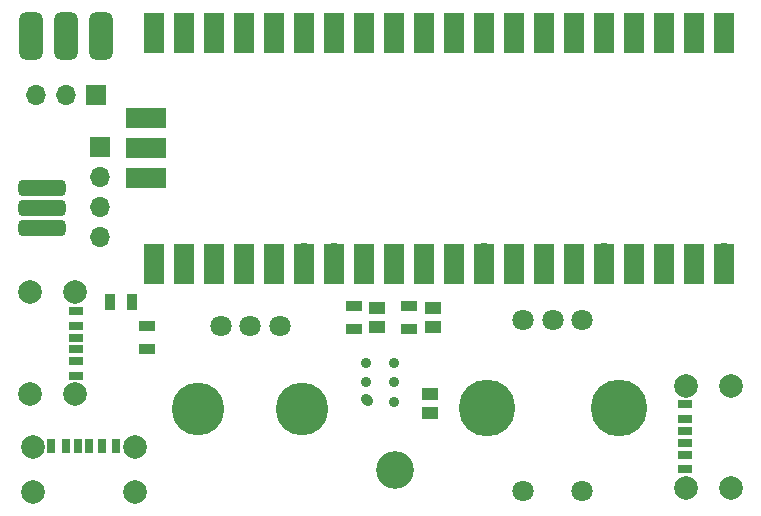
<source format=gts>
G04 #@! TF.GenerationSoftware,KiCad,Pcbnew,(6.0.4)*
G04 #@! TF.CreationDate,2022-04-25T16:44:11-05:00*
G04 #@! TF.ProjectId,FireflyV1,46697265-666c-4795-9631-2e6b69636164,rev?*
G04 #@! TF.SameCoordinates,Original*
G04 #@! TF.FileFunction,Soldermask,Top*
G04 #@! TF.FilePolarity,Negative*
%FSLAX46Y46*%
G04 Gerber Fmt 4.6, Leading zero omitted, Abs format (unit mm)*
G04 Created by KiCad (PCBNEW (6.0.4)) date 2022-04-25 16:44:11*
%MOMM*%
%LPD*%
G01*
G04 APERTURE LIST*
G04 Aperture macros list*
%AMRoundRect*
0 Rectangle with rounded corners*
0 $1 Rounding radius*
0 $2 $3 $4 $5 $6 $7 $8 $9 X,Y pos of 4 corners*
0 Add a 4 corners polygon primitive as box body*
4,1,4,$2,$3,$4,$5,$6,$7,$8,$9,$2,$3,0*
0 Add four circle primitives for the rounded corners*
1,1,$1+$1,$2,$3*
1,1,$1+$1,$4,$5*
1,1,$1+$1,$6,$7*
1,1,$1+$1,$8,$9*
0 Add four rect primitives between the rounded corners*
20,1,$1+$1,$2,$3,$4,$5,0*
20,1,$1+$1,$4,$5,$6,$7,0*
20,1,$1+$1,$6,$7,$8,$9,0*
20,1,$1+$1,$8,$9,$2,$3,0*%
%AMHorizOval*
0 Thick line with rounded ends*
0 $1 width*
0 $2 $3 position (X,Y) of the first rounded end (center of the circle)*
0 $4 $5 position (X,Y) of the second rounded end (center of the circle)*
0 Add line between two ends*
20,1,$1,$2,$3,$4,$5,0*
0 Add two circle primitives to create the rounded ends*
1,1,$1,$2,$3*
1,1,$1,$4,$5*%
G04 Aperture macros list end*
%ADD10R,1.400000X0.950000*%
%ADD11C,1.800000*%
%ADD12C,4.800000*%
%ADD13R,1.700000X1.700000*%
%ADD14O,1.700000X1.700000*%
%ADD15R,1.200000X0.700000*%
%ADD16R,1.200000X0.760000*%
%ADD17R,1.200000X0.800000*%
%ADD18C,2.010000*%
%ADD19RoundRect,0.337500X1.662500X0.337500X-1.662500X0.337500X-1.662500X-0.337500X1.662500X-0.337500X0*%
%ADD20R,0.700000X1.200000*%
%ADD21R,0.760000X1.200000*%
%ADD22R,0.800000X1.200000*%
%ADD23R,1.700000X3.500000*%
%ADD24R,3.500000X1.700000*%
%ADD25R,0.950000X1.400000*%
%ADD26C,4.460000*%
%ADD27RoundRect,0.500000X-0.500000X1.500000X-0.500000X-1.500000X0.500000X-1.500000X0.500000X1.500000X0*%
%ADD28C,0.910000*%
%ADD29HorizOval,0.910000X-0.070711X0.070711X0.070711X-0.070711X0*%
%ADD30R,1.470000X1.020000*%
%ADD31C,3.200000*%
G04 APERTURE END LIST*
D10*
X25000000Y-41750000D03*
X25000000Y-39850000D03*
D11*
X61873821Y-39320000D03*
X56873821Y-39320000D03*
X59373821Y-39320000D03*
X61873821Y-53820000D03*
X56873821Y-53820000D03*
D12*
X53773821Y-46820000D03*
X64973821Y-46820000D03*
D13*
X21000000Y-24660000D03*
D14*
X21000000Y-27200000D03*
X21000000Y-29740000D03*
X21000000Y-32280000D03*
D15*
X19001321Y-40820000D03*
D16*
X19001321Y-42840000D03*
D17*
X19001321Y-44070000D03*
D15*
X19001321Y-41820000D03*
D16*
X19001321Y-39800000D03*
D17*
X19001321Y-38570000D03*
D18*
X18921321Y-37000000D03*
X15121321Y-37000000D03*
X15121321Y-45640000D03*
X18921321Y-45640000D03*
D19*
X16093821Y-31540000D03*
X16093821Y-29840000D03*
X16093821Y-28140000D03*
D15*
X70593821Y-49720000D03*
D16*
X70593821Y-47700000D03*
D17*
X70593821Y-46470000D03*
D15*
X70593821Y-48720000D03*
D16*
X70593821Y-50740000D03*
D17*
X70593821Y-51970000D03*
D18*
X70673821Y-53540000D03*
X74473821Y-53540000D03*
X74473821Y-44900000D03*
X70673821Y-44900000D03*
D20*
X19133821Y-50002500D03*
D21*
X21153821Y-50002500D03*
D22*
X22383821Y-50002500D03*
D20*
X20133821Y-50002500D03*
D21*
X18113821Y-50002500D03*
D22*
X16883821Y-50002500D03*
D18*
X15313821Y-50082500D03*
X15313821Y-53882500D03*
X23953821Y-53882500D03*
X23953821Y-50082500D03*
D13*
X20703821Y-20250000D03*
D14*
X18163821Y-20250000D03*
X15623821Y-20250000D03*
D23*
X73890000Y-15010000D03*
X71350000Y-15010000D03*
X68810000Y-15010000D03*
X66270000Y-15010000D03*
X63730000Y-15010000D03*
X61190000Y-15010000D03*
X58650000Y-15010000D03*
X56110000Y-15010000D03*
X53570000Y-15010000D03*
X51030000Y-15010000D03*
X48490000Y-15010000D03*
X45950000Y-15010000D03*
X43410000Y-15010000D03*
X40870000Y-15010000D03*
X38330000Y-15010000D03*
X35790000Y-15010000D03*
X33250000Y-15010000D03*
X30710000Y-15010000D03*
X28170000Y-15010000D03*
X25630000Y-15010000D03*
X25630000Y-34590000D03*
X28170000Y-34590000D03*
X30710000Y-34590000D03*
X33250000Y-34590000D03*
X35790000Y-34590000D03*
X38330000Y-34590000D03*
D14*
X38330000Y-33650000D03*
X40870000Y-33690000D03*
D23*
X40870000Y-34590000D03*
X43410000Y-34590000D03*
X45950000Y-34590000D03*
X48490000Y-34590000D03*
X51030000Y-34590000D03*
D14*
X53570000Y-33690000D03*
D23*
X53570000Y-34590000D03*
X56110000Y-34590000D03*
X58650000Y-34590000D03*
X61190000Y-34590000D03*
D14*
X63730000Y-33690000D03*
D23*
X63730000Y-34590000D03*
X66270000Y-34590000D03*
X68810000Y-34590000D03*
X71350000Y-34590000D03*
D14*
X73890000Y-33690000D03*
D23*
X73890000Y-34590000D03*
D24*
X24960000Y-22260000D03*
X24960000Y-24800000D03*
X24960000Y-27340000D03*
D10*
X47160000Y-38160000D03*
X47160000Y-40060000D03*
D25*
X21850000Y-37800000D03*
X23750000Y-37800000D03*
D11*
X36253821Y-39840000D03*
X33753821Y-39840000D03*
X31253821Y-39840000D03*
D26*
X38153821Y-46840000D03*
X29353821Y-46840000D03*
D27*
X21143821Y-15270000D03*
X18143821Y-15270000D03*
X15143821Y-15270000D03*
D28*
X45900000Y-46240000D03*
X45900000Y-44590000D03*
X45900000Y-42940000D03*
X43560000Y-42940000D03*
X43560000Y-44590000D03*
D29*
X43660000Y-46140000D03*
D30*
X48970000Y-47230000D03*
X48970000Y-45630000D03*
D31*
X46000000Y-52000000D03*
D10*
X42520000Y-38160000D03*
X42520000Y-40060000D03*
D30*
X44470000Y-38310000D03*
X44470000Y-39910000D03*
X49200000Y-38310000D03*
X49200000Y-39910000D03*
M02*

</source>
